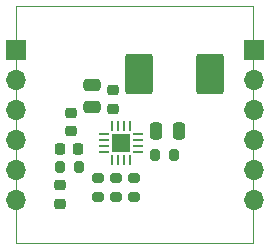
<source format=gbr>
G04 #@! TF.GenerationSoftware,KiCad,Pcbnew,(5.99.0-11522-g728b160719)*
G04 #@! TF.CreationDate,2021-08-02T20:46:47+10:00*
G04 #@! TF.ProjectId,Battery charger,42617474-6572-4792-9063-686172676572,0.2*
G04 #@! TF.SameCoordinates,Original*
G04 #@! TF.FileFunction,Soldermask,Top*
G04 #@! TF.FilePolarity,Negative*
%FSLAX46Y46*%
G04 Gerber Fmt 4.6, Leading zero omitted, Abs format (unit mm)*
G04 Created by KiCad (PCBNEW (5.99.0-11522-g728b160719)) date 2021-08-02 20:46:47*
%MOMM*%
%LPD*%
G01*
G04 APERTURE LIST*
G04 Aperture macros list*
%AMRoundRect*
0 Rectangle with rounded corners*
0 $1 Rounding radius*
0 $2 $3 $4 $5 $6 $7 $8 $9 X,Y pos of 4 corners*
0 Add a 4 corners polygon primitive as box body*
4,1,4,$2,$3,$4,$5,$6,$7,$8,$9,$2,$3,0*
0 Add four circle primitives for the rounded corners*
1,1,$1+$1,$2,$3*
1,1,$1+$1,$4,$5*
1,1,$1+$1,$6,$7*
1,1,$1+$1,$8,$9*
0 Add four rect primitives between the rounded corners*
20,1,$1+$1,$2,$3,$4,$5,0*
20,1,$1+$1,$4,$5,$6,$7,0*
20,1,$1+$1,$6,$7,$8,$9,0*
20,1,$1+$1,$8,$9,$2,$3,0*%
G04 Aperture macros list end*
G04 #@! TA.AperFunction,Profile*
%ADD10C,0.100000*%
G04 #@! TD*
%ADD11RoundRect,0.250000X0.250000X0.475000X-0.250000X0.475000X-0.250000X-0.475000X0.250000X-0.475000X0*%
%ADD12RoundRect,0.225000X0.250000X-0.225000X0.250000X0.225000X-0.250000X0.225000X-0.250000X-0.225000X0*%
%ADD13R,1.700000X1.700000*%
%ADD14O,1.700000X1.700000*%
%ADD15RoundRect,0.250000X0.475000X-0.250000X0.475000X0.250000X-0.475000X0.250000X-0.475000X-0.250000X0*%
%ADD16RoundRect,0.200000X0.275000X-0.200000X0.275000X0.200000X-0.275000X0.200000X-0.275000X-0.200000X0*%
%ADD17RoundRect,0.218750X-0.256250X0.218750X-0.256250X-0.218750X0.256250X-0.218750X0.256250X0.218750X0*%
%ADD18RoundRect,0.200000X-0.200000X-0.275000X0.200000X-0.275000X0.200000X0.275000X-0.200000X0.275000X0*%
%ADD19RoundRect,0.200000X-0.275000X0.200000X-0.275000X-0.200000X0.275000X-0.200000X0.275000X0.200000X0*%
%ADD20RoundRect,0.062500X-0.375000X-0.062500X0.375000X-0.062500X0.375000X0.062500X-0.375000X0.062500X0*%
%ADD21RoundRect,0.062500X-0.062500X-0.375000X0.062500X-0.375000X0.062500X0.375000X-0.062500X0.375000X0*%
%ADD22R,1.600000X1.600000*%
%ADD23RoundRect,0.225000X-0.225000X-0.250000X0.225000X-0.250000X0.225000X0.250000X-0.225000X0.250000X0*%
%ADD24RoundRect,0.235000X-0.940000X-1.465000X0.940000X-1.465000X0.940000X1.465000X-0.940000X1.465000X0*%
G04 APERTURE END LIST*
D10*
X113259000Y-76048000D02*
X93193000Y-76048000D01*
X93193000Y-76048000D02*
X93193000Y-55982000D01*
X93193000Y-55982000D02*
X113259000Y-55982000D01*
X113259000Y-55982000D02*
X113259000Y-76048000D01*
D11*
G04 #@! TO.C,C5*
X106929000Y-66548000D03*
X105029000Y-66548000D03*
G04 #@! TD*
D12*
G04 #@! TO.C,C4*
X101346000Y-64643000D03*
X101346000Y-63093000D03*
G04 #@! TD*
D13*
G04 #@! TO.C,J1*
X93193000Y-59690000D03*
D14*
X93193000Y-62230000D03*
X93193000Y-64770000D03*
X93193000Y-67310000D03*
X93193000Y-69850000D03*
X93193000Y-72390000D03*
G04 #@! TD*
D12*
G04 #@! TO.C,C2*
X97790000Y-66548000D03*
X97790000Y-64998000D03*
G04 #@! TD*
D15*
G04 #@! TO.C,C3*
X99568000Y-64516000D03*
X99568000Y-62616000D03*
G04 #@! TD*
D16*
G04 #@! TO.C,R3*
X101600000Y-72135000D03*
X101600000Y-70485000D03*
G04 #@! TD*
D17*
G04 #@! TO.C,D1*
X96838000Y-71094500D03*
X96838000Y-72669500D03*
G04 #@! TD*
D13*
G04 #@! TO.C,J2*
X113284000Y-59690000D03*
D14*
X113284000Y-62230000D03*
X113284000Y-64770000D03*
X113284000Y-67310000D03*
X113284000Y-69850000D03*
X113284000Y-72390000D03*
G04 #@! TD*
D18*
G04 #@! TO.C,R1*
X96838000Y-69596000D03*
X98488000Y-69596000D03*
G04 #@! TD*
D19*
G04 #@! TO.C,R4*
X103124000Y-70486000D03*
X103124000Y-72136000D03*
G04 #@! TD*
D20*
G04 #@! TO.C,U1*
X100592500Y-66807000D03*
X100592500Y-67307000D03*
X100592500Y-67807000D03*
X100592500Y-68307000D03*
D21*
X101280000Y-68994500D03*
X101780000Y-68994500D03*
X102280000Y-68994500D03*
X102780000Y-68994500D03*
D20*
X103467500Y-68307000D03*
X103467500Y-67807000D03*
X103467500Y-67307000D03*
X103467500Y-66807000D03*
D21*
X102780000Y-66119500D03*
X102280000Y-66119500D03*
X101780000Y-66119500D03*
X101280000Y-66119500D03*
D22*
X102030000Y-67557000D03*
G04 #@! TD*
D23*
G04 #@! TO.C,C1*
X96875000Y-68072000D03*
X98425000Y-68072000D03*
G04 #@! TD*
D18*
G04 #@! TO.C,R5*
X104902000Y-68580000D03*
X106552000Y-68580000D03*
G04 #@! TD*
D24*
G04 #@! TO.C,L1*
X103551000Y-61722000D03*
X109601000Y-61722000D03*
G04 #@! TD*
D16*
G04 #@! TO.C,R2*
X100076000Y-72135000D03*
X100076000Y-70485000D03*
G04 #@! TD*
M02*

</source>
